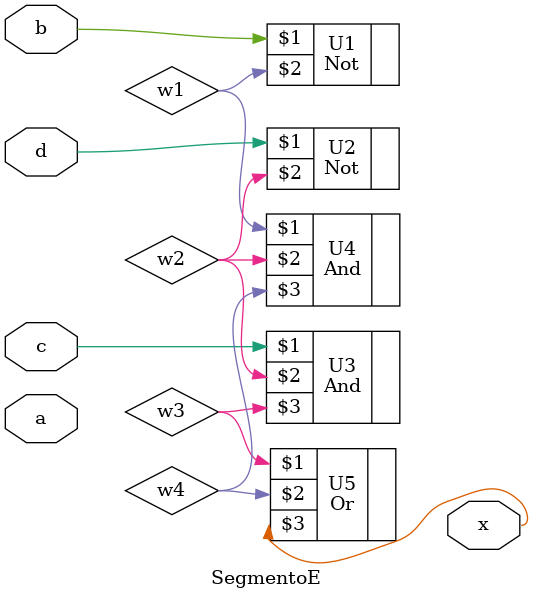
<source format=sv>
module SegmentoE(a,b,c,d,x);
   input a,b,c,d;
  output x;
  wire w1,w2,w3,w4;
  
  Not U1 (b,w1);
  Not U2 (d,w2);
  And U3 (c,w2,w3);
  And U4 (w1,w2,w4);
  Or U5 (w3,w4,x);
  
endmodule
</source>
